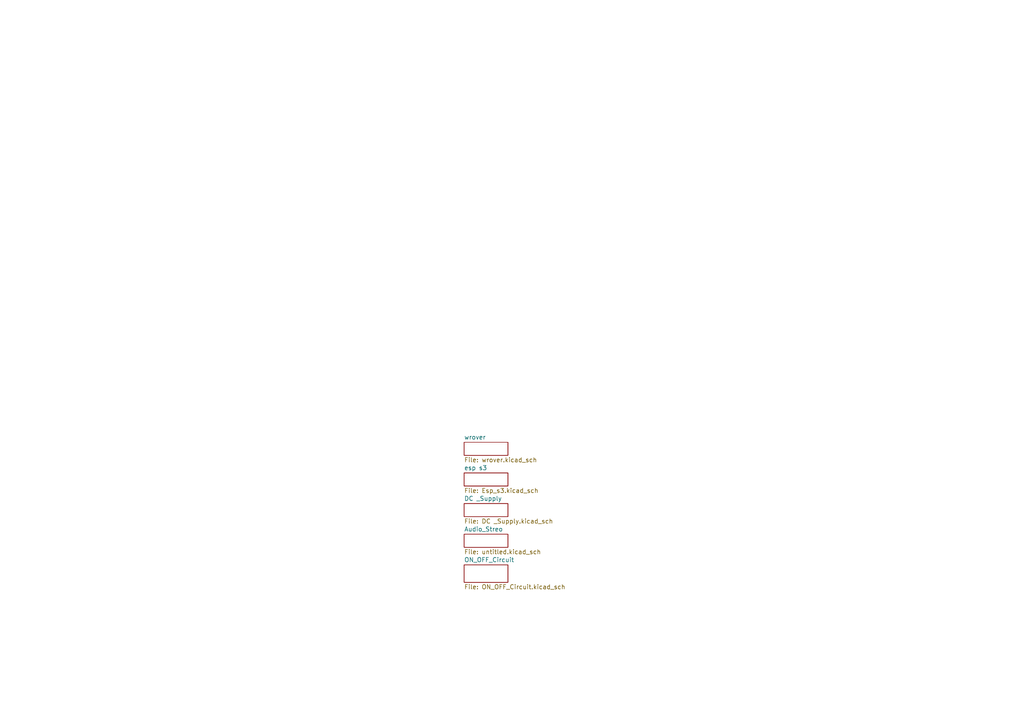
<source format=kicad_sch>
(kicad_sch
	(version 20250114)
	(generator "eeschema")
	(generator_version "9.0")
	(uuid "010bfe3a-25b4-4e5c-af8a-ed9b8c1c1724")
	(paper "A4")
	(lib_symbols)
	(sheet
		(at 134.62 146.05)
		(size 12.7 3.81)
		(exclude_from_sim no)
		(in_bom yes)
		(on_board yes)
		(dnp no)
		(fields_autoplaced yes)
		(stroke
			(width 0.1524)
			(type solid)
		)
		(fill
			(color 0 0 0 0.0000)
		)
		(uuid "4a2a67de-59dd-4a82-a065-ee206621d4dc")
		(property "Sheetname" "DC _Supply"
			(at 134.62 145.3384 0)
			(effects
				(font
					(size 1.27 1.27)
				)
				(justify left bottom)
			)
		)
		(property "Sheetfile" "DC _Supply.kicad_sch"
			(at 134.62 150.4446 0)
			(effects
				(font
					(size 1.27 1.27)
				)
				(justify left top)
			)
		)
		(instances
			(project "ASD_Visitor Device"
				(path "/010bfe3a-25b4-4e5c-af8a-ed9b8c1c1724"
					(page "3")
				)
			)
		)
	)
	(sheet
		(at 134.62 154.94)
		(size 12.7 3.81)
		(exclude_from_sim no)
		(in_bom yes)
		(on_board yes)
		(dnp no)
		(fields_autoplaced yes)
		(stroke
			(width 0.1524)
			(type solid)
		)
		(fill
			(color 0 0 0 0.0000)
		)
		(uuid "6abb9aa2-b1cf-44d7-98fd-1d254dd80ed0")
		(property "Sheetname" "Audio_Streo"
			(at 134.62 154.2284 0)
			(effects
				(font
					(size 1.27 1.27)
				)
				(justify left bottom)
			)
		)
		(property "Sheetfile" "untitled.kicad_sch"
			(at 134.62 159.3346 0)
			(effects
				(font
					(size 1.27 1.27)
				)
				(justify left top)
			)
		)
		(instances
			(project "ASD_Visitor Device"
				(path "/010bfe3a-25b4-4e5c-af8a-ed9b8c1c1724"
					(page "2")
				)
			)
		)
	)
	(sheet
		(at 134.62 137.16)
		(size 12.7 3.81)
		(exclude_from_sim no)
		(in_bom yes)
		(on_board yes)
		(dnp no)
		(fields_autoplaced yes)
		(stroke
			(width 0.1524)
			(type solid)
		)
		(fill
			(color 0 0 0 0.0000)
		)
		(uuid "96d2a75a-c54b-4200-9be8-c315f98ffc70")
		(property "Sheetname" "esp s3"
			(at 134.62 136.4484 0)
			(effects
				(font
					(size 1.27 1.27)
				)
				(justify left bottom)
			)
		)
		(property "Sheetfile" "Esp_s3.kicad_sch"
			(at 134.62 141.5546 0)
			(effects
				(font
					(size 1.27 1.27)
				)
				(justify left top)
			)
		)
		(instances
			(project "ASD_Visitor Device"
				(path "/010bfe3a-25b4-4e5c-af8a-ed9b8c1c1724"
					(page "4")
				)
			)
		)
	)
	(sheet
		(at 134.62 163.83)
		(size 12.7 5.08)
		(exclude_from_sim no)
		(in_bom yes)
		(on_board yes)
		(dnp no)
		(fields_autoplaced yes)
		(stroke
			(width 0.1524)
			(type solid)
		)
		(fill
			(color 0 0 0 0.0000)
		)
		(uuid "e2f75f1d-0d35-4aac-abdf-80461605487f")
		(property "Sheetname" "ON_OFF_Circuit"
			(at 134.62 163.1184 0)
			(effects
				(font
					(size 1.27 1.27)
				)
				(justify left bottom)
			)
		)
		(property "Sheetfile" "ON_OFF_Circuit.kicad_sch"
			(at 134.62 169.4946 0)
			(effects
				(font
					(size 1.27 1.27)
				)
				(justify left top)
			)
		)
		(instances
			(project "ASD_Visitor Device"
				(path "/010bfe3a-25b4-4e5c-af8a-ed9b8c1c1724"
					(page "6")
				)
			)
		)
	)
	(sheet
		(at 134.62 128.27)
		(size 12.7 3.81)
		(exclude_from_sim no)
		(in_bom yes)
		(on_board yes)
		(dnp no)
		(fields_autoplaced yes)
		(stroke
			(width 0.1524)
			(type solid)
		)
		(fill
			(color 0 0 0 0.0000)
		)
		(uuid "fd272a14-e757-45b9-ba93-4fd25b655a04")
		(property "Sheetname" "wrover"
			(at 134.62 127.5584 0)
			(effects
				(font
					(size 1.27 1.27)
				)
				(justify left bottom)
			)
		)
		(property "Sheetfile" "wrover.kicad_sch"
			(at 134.62 132.6646 0)
			(effects
				(font
					(size 1.27 1.27)
				)
				(justify left top)
			)
		)
		(instances
			(project "ASD_Visitor Device"
				(path "/010bfe3a-25b4-4e5c-af8a-ed9b8c1c1724"
					(page "5")
				)
			)
		)
	)
	(sheet_instances
		(path "/"
			(page "1")
		)
	)
	(embedded_fonts no)
)

</source>
